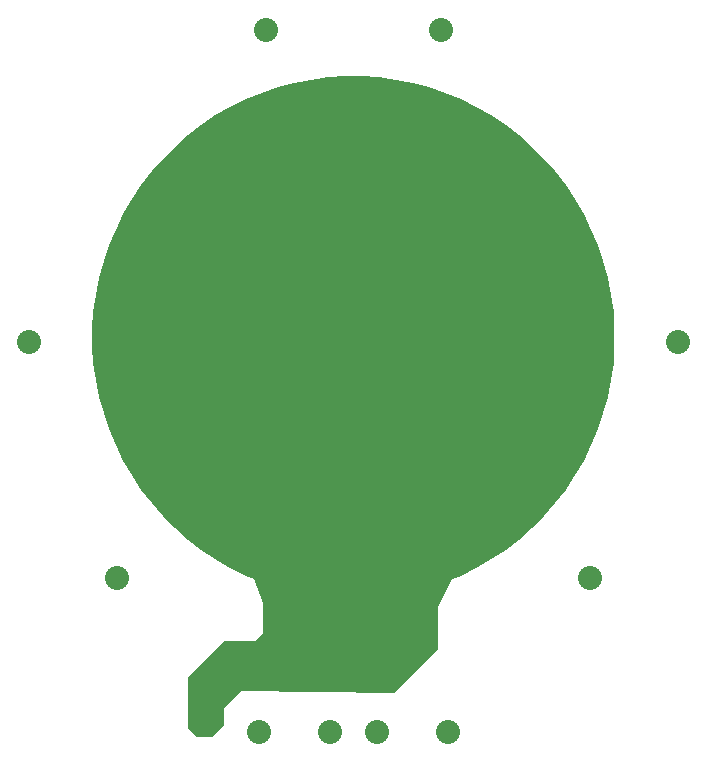
<source format=gbl>
%FSTAX23Y23*%
%MOIN*%
%SFA1B1*%

%IPPOS*%
%ADD13C,0.080000*%
%ADD14C,0.050000*%
%LNtampa_alinhada-1*%
%LPD*%
G36*
X00085Y0226D02*
X00141Y02252D01*
X00197Y02241*
X00252Y02227*
X00306Y02208*
X00359Y02186*
X0041Y02161*
X0046Y02133*
X00507Y02101*
X00552Y02066*
X00595Y02029*
X00635Y01988*
X00673Y01946*
X00708Y019*
X00739Y01853*
X00768Y01803*
X00793Y01752*
X00815Y017*
X00833Y01646*
X00848Y01591*
X00859Y01535*
X00867Y01478*
X0087Y01421*
Y01393*
Y01364*
X00867Y01307*
X00859Y01251*
X00848Y01195*
X00833Y0114*
X00815Y01086*
X00793Y01033*
X00768Y00982*
X00739Y00933*
X00708Y00885*
X00673Y0084*
X00635Y00797*
X00595Y00757*
X00552Y00719*
X00507Y00685*
X0046Y00653*
X0041Y00624*
X00359Y00599*
X00329Y00587*
X00283Y00495*
Y00355*
X00137Y00209*
X-00374Y00214*
X-0043Y00159*
Y001*
X-0047Y0006*
X-0052*
X-0055Y0009*
Y0014*
Y00262*
X-00432Y0038*
X-00329*
X-003Y00409*
X-00303Y00508*
X-00331Y00587*
X-00359Y00599*
X-0041Y00624*
X-0046Y00653*
X-00507Y00685*
X-00552Y00719*
X-00595Y00757*
X-00635Y00797*
X-00673Y0084*
X-00708Y00885*
X-00739Y00933*
X-00768Y00982*
X-00793Y01033*
X-00815Y01086*
X-00833Y0114*
X-00848Y01195*
X-00859Y01251*
X-00867Y01307*
X-0087Y01364*
Y01393*
Y01421*
X-00867Y01478*
X-00859Y01535*
X-00848Y01591*
X-00833Y01646*
X-00815Y017*
X-00793Y01752*
X-00768Y01803*
X-00739Y01853*
X-00708Y019*
X-00673Y01946*
X-00635Y01988*
X-00595Y02029*
X-00552Y02066*
X-00507Y02101*
X-0046Y02133*
X-0041Y02161*
X-00359Y02186*
X-00306Y02208*
X-00252Y02227*
X-00197Y02241*
X-00141Y02252*
X-00085Y0226*
X-00028Y02264*
X00028*
X00085Y0226*
G37*
G54D13*
X-01082Y01377D03*
X00078Y00078D03*
X-00078D03*
X00291Y02417D03*
X-00291D03*
X01082Y01377D03*
X00314Y00078D03*
X-00787Y0059D03*
X00787D03*
X-00314Y00078D03*
G54D14*
X-005Y0011D03*
M02*
</source>
